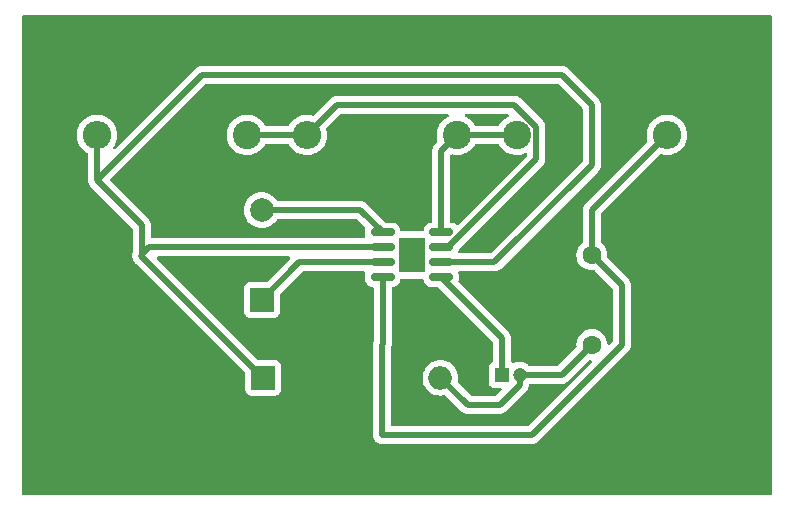
<source format=gbr>
%TF.GenerationSoftware,KiCad,Pcbnew,(6.0.4)*%
%TF.CreationDate,2022-05-30T12:30:38+05:30*%
%TF.ProjectId,vishnukumar batch 15,76697368-6e75-46b7-956d-617220626174,rev?*%
%TF.SameCoordinates,Original*%
%TF.FileFunction,Copper,L1,Top*%
%TF.FilePolarity,Positive*%
%FSLAX46Y46*%
G04 Gerber Fmt 4.6, Leading zero omitted, Abs format (unit mm)*
G04 Created by KiCad (PCBNEW (6.0.4)) date 2022-05-30 12:30:38*
%MOMM*%
%LPD*%
G01*
G04 APERTURE LIST*
G04 Aperture macros list*
%AMRoundRect*
0 Rectangle with rounded corners*
0 $1 Rounding radius*
0 $2 $3 $4 $5 $6 $7 $8 $9 X,Y pos of 4 corners*
0 Add a 4 corners polygon primitive as box body*
4,1,4,$2,$3,$4,$5,$6,$7,$8,$9,$2,$3,0*
0 Add four circle primitives for the rounded corners*
1,1,$1+$1,$2,$3*
1,1,$1+$1,$4,$5*
1,1,$1+$1,$6,$7*
1,1,$1+$1,$8,$9*
0 Add four rect primitives between the rounded corners*
20,1,$1+$1,$2,$3,$4,$5,0*
20,1,$1+$1,$4,$5,$6,$7,0*
20,1,$1+$1,$6,$7,$8,$9,0*
20,1,$1+$1,$8,$9,$2,$3,0*%
G04 Aperture macros list end*
%TA.AperFunction,SMDPad,CuDef*%
%ADD10R,2.290000X3.000000*%
%TD*%
%TA.AperFunction,SMDPad,CuDef*%
%ADD11RoundRect,0.150000X-0.825000X-0.150000X0.825000X-0.150000X0.825000X0.150000X-0.825000X0.150000X0*%
%TD*%
%TA.AperFunction,ComponentPad*%
%ADD12C,2.400000*%
%TD*%
%TA.AperFunction,ComponentPad*%
%ADD13O,2.400000X2.400000*%
%TD*%
%TA.AperFunction,ComponentPad*%
%ADD14C,1.600000*%
%TD*%
%TA.AperFunction,ComponentPad*%
%ADD15R,2.000000X2.000000*%
%TD*%
%TA.AperFunction,ComponentPad*%
%ADD16O,2.000000X2.000000*%
%TD*%
%TA.AperFunction,ComponentPad*%
%ADD17R,1.200000X1.200000*%
%TD*%
%TA.AperFunction,ComponentPad*%
%ADD18C,1.200000*%
%TD*%
%TA.AperFunction,ComponentPad*%
%ADD19C,2.000000*%
%TD*%
%TA.AperFunction,Conductor*%
%ADD20C,0.500000*%
%TD*%
G04 APERTURE END LIST*
D10*
%TO.P,U1,9*%
%TO.N,N/C*%
X114300000Y-88900000D03*
D11*
%TO.P,U1,8,VCC*%
%TO.N,VCC*%
X116775000Y-86995000D03*
%TO.P,U1,7,DIS*%
%TO.N,Net-(R2-Pad2)*%
X116775000Y-88265000D03*
%TO.P,U1,6,THR*%
%TO.N,Net-(C2-Pad1)*%
X116775000Y-89535000D03*
%TO.P,U1,5,CV*%
%TO.N,Net-(C1-Pad1)*%
X116775000Y-90805000D03*
%TO.P,U1,4,R*%
%TO.N,Net-(LDR1-Pad1)*%
X111825000Y-90805000D03*
%TO.P,U1,3,Q*%
%TO.N,Net-(BZ1-Pad1)*%
X111825000Y-89535000D03*
%TO.P,U1,2,TR*%
%TO.N,Net-(C2-Pad1)*%
X111825000Y-88265000D03*
%TO.P,U1,1,GND*%
%TO.N,GND*%
X111825000Y-86995000D03*
%TD*%
D12*
%TO.P,R3,1*%
%TO.N,Net-(R2-Pad2)*%
X100330000Y-78740000D03*
D13*
%TO.P,R3,2*%
%TO.N,Net-(C2-Pad1)*%
X87630000Y-78740000D03*
%TD*%
D12*
%TO.P,R2,1*%
%TO.N,VCC*%
X118110000Y-78740000D03*
D13*
%TO.P,R2,2*%
%TO.N,Net-(R2-Pad2)*%
X105410000Y-78740000D03*
%TD*%
D12*
%TO.P,R1,1*%
%TO.N,VCC*%
X123190000Y-78740000D03*
D13*
%TO.P,R1,2*%
%TO.N,Net-(LDR1-Pad1)*%
X135890000Y-78740000D03*
%TD*%
D14*
%TO.P,LDR1,2*%
%TO.N,Net-(C1-Pad2)*%
X129540000Y-96500000D03*
%TO.P,LDR1,1*%
%TO.N,Net-(LDR1-Pad1)*%
X129540000Y-88900000D03*
%TD*%
D15*
%TO.P,C2,1*%
%TO.N,Net-(C2-Pad1)*%
X101720000Y-99302500D03*
D16*
%TO.P,C2,2*%
%TO.N,Net-(C1-Pad2)*%
X116720000Y-99302500D03*
%TD*%
D17*
%TO.P,C1,1*%
%TO.N,Net-(C1-Pad1)*%
X121920000Y-99060000D03*
D18*
%TO.P,C1,2*%
%TO.N,Net-(C1-Pad2)*%
X123420000Y-99060000D03*
%TD*%
D15*
%TO.P,BZ1,1,-*%
%TO.N,Net-(BZ1-Pad1)*%
X101600000Y-92700000D03*
D19*
%TO.P,BZ1,2,+*%
%TO.N,GND*%
X101600000Y-85100000D03*
%TD*%
D20*
%TO.N,Net-(BZ1-Pad1)*%
X104765000Y-89535000D02*
X101600000Y-92700000D01*
X111825000Y-89535000D02*
X104765000Y-89535000D01*
%TO.N,Net-(R2-Pad2)*%
X117360480Y-88265000D02*
X116775000Y-88265000D01*
X122982762Y-76200000D02*
X124839511Y-78056749D01*
X107950000Y-76200000D02*
X122982762Y-76200000D01*
X124839511Y-78056749D02*
X124839511Y-80785969D01*
X124839511Y-80785969D02*
X117360480Y-88265000D01*
X105410000Y-78740000D02*
X107950000Y-76200000D01*
%TO.N,Net-(LDR1-Pad1)*%
X124460000Y-104140000D02*
X132080000Y-96520000D01*
X132080000Y-96520000D02*
X132080000Y-91440000D01*
X111760000Y-104140000D02*
X124460000Y-104140000D01*
X111760000Y-96522419D02*
X111760000Y-104140000D01*
X132080000Y-91440000D02*
X129540000Y-88900000D01*
X111825000Y-96457419D02*
X111760000Y-96522419D01*
X111825000Y-90805000D02*
X111825000Y-96457419D01*
%TO.N,Net-(C2-Pad1)*%
X91440000Y-86360000D02*
X87630000Y-82550000D01*
X91440000Y-88900000D02*
X91440000Y-86360000D01*
X91378750Y-88961250D02*
X91440000Y-88900000D01*
%TO.N,Net-(R2-Pad2)*%
X105410000Y-78740000D02*
X100330000Y-78740000D01*
%TO.N,Net-(C2-Pad1)*%
X87630000Y-82550000D02*
X87630000Y-78740000D01*
X129540000Y-76200000D02*
X127000000Y-73660000D01*
X127000000Y-73660000D02*
X96520000Y-73660000D01*
X129540000Y-81280000D02*
X129540000Y-76200000D01*
X121285000Y-89535000D02*
X129540000Y-81280000D01*
X116775000Y-89535000D02*
X121285000Y-89535000D01*
X96520000Y-73660000D02*
X87630000Y-82550000D01*
%TO.N,VCC*%
X118110000Y-78740000D02*
X123190000Y-78740000D01*
X116775000Y-80075000D02*
X118110000Y-78740000D01*
X116775000Y-86995000D02*
X116775000Y-80075000D01*
%TO.N,Net-(LDR1-Pad1)*%
X129540000Y-88900000D02*
X129540000Y-85090000D01*
X129540000Y-85090000D02*
X135890000Y-78740000D01*
%TO.N,GND*%
X109930000Y-85100000D02*
X111825000Y-86995000D01*
X101600000Y-85100000D02*
X109930000Y-85100000D01*
%TO.N,Net-(C2-Pad1)*%
X92075000Y-88265000D02*
X91378750Y-88961250D01*
X101720000Y-99302500D02*
X91378750Y-88961250D01*
X111825000Y-88265000D02*
X92075000Y-88265000D01*
%TO.N,Net-(C1-Pad1)*%
X121920000Y-95950000D02*
X116775000Y-90805000D01*
X121920000Y-99060000D02*
X121920000Y-95950000D01*
%TO.N,Net-(C1-Pad2)*%
X126980000Y-99060000D02*
X129540000Y-96500000D01*
X123420000Y-99060000D02*
X126980000Y-99060000D01*
X119017500Y-101600000D02*
X116720000Y-99302500D01*
X121728528Y-101600000D02*
X119017500Y-101600000D01*
X123420000Y-99908528D02*
X121728528Y-101600000D01*
X123420000Y-99060000D02*
X123420000Y-99908528D01*
%TD*%
%TA.AperFunction,NonConductor*%
G36*
X122467148Y-76978502D02*
G01*
X122513641Y-77032158D01*
X122523745Y-77102432D01*
X122494251Y-77167012D01*
X122451778Y-77198926D01*
X122359380Y-77241522D01*
X122355471Y-77244085D01*
X122150928Y-77378189D01*
X122150923Y-77378193D01*
X122147015Y-77380755D01*
X122052289Y-77465301D01*
X121999441Y-77512470D01*
X121957562Y-77549848D01*
X121795183Y-77745087D01*
X121688519Y-77920865D01*
X121636080Y-77968726D01*
X121580800Y-77981500D01*
X119717554Y-77981500D01*
X119649433Y-77961498D01*
X119608161Y-77918023D01*
X119547821Y-77812451D01*
X119530383Y-77781940D01*
X119373171Y-77582517D01*
X119188209Y-77408523D01*
X119144483Y-77378189D01*
X118983393Y-77266437D01*
X118983390Y-77266435D01*
X118979561Y-77263779D01*
X118975376Y-77261715D01*
X118975371Y-77261712D01*
X118845174Y-77197506D01*
X118792925Y-77149438D01*
X118774958Y-77080752D01*
X118796977Y-77013256D01*
X118851992Y-76968380D01*
X118900902Y-76958500D01*
X122399027Y-76958500D01*
X122467148Y-76978502D01*
G37*
%TD.AperFunction*%
%TA.AperFunction,NonConductor*%
G36*
X121650739Y-79518502D02*
G01*
X121693607Y-79564858D01*
X121745025Y-79660551D01*
X121747820Y-79664294D01*
X121747822Y-79664297D01*
X121894171Y-79860282D01*
X121894176Y-79860288D01*
X121896963Y-79864020D01*
X121900272Y-79867300D01*
X121900277Y-79867306D01*
X122030933Y-79996826D01*
X122077307Y-80042797D01*
X122081069Y-80045555D01*
X122081072Y-80045558D01*
X122138858Y-80087928D01*
X122282094Y-80192953D01*
X122286229Y-80195129D01*
X122286233Y-80195131D01*
X122364169Y-80236135D01*
X122506827Y-80311191D01*
X122573319Y-80334411D01*
X122718385Y-80385070D01*
X122746568Y-80394912D01*
X122996050Y-80442278D01*
X123116532Y-80447011D01*
X123245125Y-80452064D01*
X123245130Y-80452064D01*
X123249793Y-80452247D01*
X123348774Y-80441407D01*
X123497569Y-80425112D01*
X123497575Y-80425111D01*
X123502222Y-80424602D01*
X123521229Y-80419598D01*
X123743273Y-80361138D01*
X123747793Y-80359948D01*
X123905276Y-80292289D01*
X123975758Y-80283777D01*
X124039655Y-80314722D01*
X124076679Y-80375301D01*
X124081011Y-80408057D01*
X124081011Y-80419598D01*
X124061009Y-80487719D01*
X124044106Y-80508693D01*
X118208625Y-86344175D01*
X118146313Y-86378201D01*
X118075498Y-86373136D01*
X118030435Y-86344175D01*
X118006807Y-86320547D01*
X117999983Y-86316511D01*
X117999980Y-86316509D01*
X117870427Y-86239892D01*
X117870428Y-86239892D01*
X117863601Y-86235855D01*
X117855990Y-86233644D01*
X117855988Y-86233643D01*
X117800980Y-86217662D01*
X117703831Y-86189438D01*
X117697426Y-86188934D01*
X117697421Y-86188933D01*
X117668958Y-86186693D01*
X117668950Y-86186693D01*
X117666502Y-86186500D01*
X117659500Y-86186500D01*
X117591379Y-86166498D01*
X117544886Y-86112842D01*
X117533500Y-86060500D01*
X117533500Y-80521821D01*
X117553502Y-80453700D01*
X117607158Y-80407207D01*
X117683002Y-80398032D01*
X117916050Y-80442278D01*
X118036532Y-80447011D01*
X118165125Y-80452064D01*
X118165130Y-80452064D01*
X118169793Y-80452247D01*
X118268774Y-80441407D01*
X118417569Y-80425112D01*
X118417575Y-80425111D01*
X118422222Y-80424602D01*
X118441229Y-80419598D01*
X118663273Y-80361138D01*
X118667793Y-80359948D01*
X118825275Y-80292289D01*
X118896807Y-80261557D01*
X118896810Y-80261555D01*
X118901110Y-80259708D01*
X118905090Y-80257245D01*
X118905094Y-80257243D01*
X119113064Y-80128547D01*
X119113066Y-80128545D01*
X119117047Y-80126082D01*
X119125018Y-80119334D01*
X119307289Y-79965031D01*
X119307291Y-79965029D01*
X119310862Y-79962006D01*
X119478295Y-79771084D01*
X119497110Y-79741834D01*
X119615669Y-79557512D01*
X119617322Y-79558575D01*
X119661632Y-79514055D01*
X119722278Y-79498500D01*
X121582618Y-79498500D01*
X121650739Y-79518502D01*
G37*
%TD.AperFunction*%
%TA.AperFunction,NonConductor*%
G36*
X126701750Y-74438502D02*
G01*
X126722724Y-74455405D01*
X128744595Y-76477276D01*
X128778621Y-76539588D01*
X128781500Y-76566371D01*
X128781500Y-80913629D01*
X128761498Y-80981750D01*
X128744595Y-81002724D01*
X121007724Y-88739595D01*
X120945412Y-88773621D01*
X120918629Y-88776500D01*
X118348519Y-88776500D01*
X118280398Y-88756498D01*
X118233905Y-88702842D01*
X118223801Y-88632568D01*
X118227522Y-88615348D01*
X118253767Y-88525011D01*
X118253768Y-88525007D01*
X118255562Y-88518831D01*
X118258427Y-88482426D01*
X118283712Y-88416085D01*
X118294944Y-88403217D01*
X125328422Y-81369739D01*
X125342834Y-81357353D01*
X125354429Y-81348820D01*
X125354434Y-81348815D01*
X125360329Y-81344477D01*
X125365068Y-81338899D01*
X125365071Y-81338896D01*
X125394546Y-81304201D01*
X125401476Y-81296685D01*
X125407171Y-81290990D01*
X125412029Y-81284849D01*
X125424792Y-81268718D01*
X125427583Y-81265314D01*
X125470102Y-81215266D01*
X125470103Y-81215264D01*
X125474844Y-81209684D01*
X125478172Y-81203168D01*
X125481539Y-81198119D01*
X125484706Y-81192990D01*
X125489245Y-81187253D01*
X125520166Y-81121094D01*
X125522072Y-81117194D01*
X125555280Y-81052161D01*
X125557019Y-81045053D01*
X125559118Y-81039410D01*
X125561035Y-81033647D01*
X125564133Y-81027019D01*
X125578998Y-80955552D01*
X125579968Y-80951268D01*
X125595984Y-80885814D01*
X125597319Y-80880359D01*
X125598011Y-80869205D01*
X125598047Y-80869207D01*
X125598286Y-80865214D01*
X125598660Y-80861022D01*
X125600151Y-80853854D01*
X125598057Y-80776448D01*
X125598011Y-80773041D01*
X125598011Y-78123819D01*
X125599444Y-78104869D01*
X125601610Y-78090634D01*
X125601610Y-78090630D01*
X125602710Y-78083400D01*
X125598426Y-78030731D01*
X125598011Y-78020516D01*
X125598011Y-78012456D01*
X125594720Y-77984229D01*
X125594289Y-77979870D01*
X125588965Y-77914411D01*
X125588964Y-77914408D01*
X125588371Y-77907113D01*
X125586115Y-77900149D01*
X125584928Y-77894210D01*
X125583541Y-77888339D01*
X125582693Y-77881068D01*
X125580197Y-77874192D01*
X125580195Y-77874183D01*
X125557786Y-77812451D01*
X125556376Y-77808347D01*
X125533863Y-77738850D01*
X125530067Y-77732595D01*
X125527568Y-77727136D01*
X125524840Y-77721688D01*
X125522344Y-77714812D01*
X125482316Y-77653759D01*
X125479992Y-77650076D01*
X125445011Y-77592429D01*
X125445010Y-77592428D01*
X125442106Y-77587642D01*
X125434709Y-77579266D01*
X125434736Y-77579242D01*
X125432081Y-77576248D01*
X125429379Y-77573017D01*
X125425367Y-77566897D01*
X125369128Y-77513621D01*
X125366686Y-77511243D01*
X123566532Y-75711089D01*
X123554146Y-75696677D01*
X123545613Y-75685082D01*
X123545608Y-75685077D01*
X123541270Y-75679182D01*
X123535692Y-75674443D01*
X123535689Y-75674440D01*
X123500994Y-75644965D01*
X123493478Y-75638035D01*
X123487783Y-75632340D01*
X123481642Y-75627482D01*
X123465511Y-75614719D01*
X123462107Y-75611928D01*
X123412059Y-75569409D01*
X123412057Y-75569408D01*
X123406477Y-75564667D01*
X123399961Y-75561339D01*
X123394912Y-75557972D01*
X123389783Y-75554805D01*
X123384046Y-75550266D01*
X123317887Y-75519345D01*
X123313987Y-75517439D01*
X123248954Y-75484231D01*
X123241846Y-75482492D01*
X123236203Y-75480393D01*
X123230440Y-75478476D01*
X123223812Y-75475378D01*
X123152345Y-75460513D01*
X123148061Y-75459543D01*
X123113720Y-75451140D01*
X123077152Y-75442192D01*
X123071550Y-75441844D01*
X123071547Y-75441844D01*
X123065998Y-75441500D01*
X123066000Y-75441464D01*
X123062007Y-75441225D01*
X123057815Y-75440851D01*
X123050647Y-75439360D01*
X122986882Y-75441085D01*
X122973241Y-75441454D01*
X122969834Y-75441500D01*
X108017063Y-75441500D01*
X107998114Y-75440067D01*
X107997907Y-75440036D01*
X107976651Y-75436802D01*
X107969359Y-75437395D01*
X107969356Y-75437395D01*
X107923991Y-75441085D01*
X107913777Y-75441500D01*
X107905707Y-75441500D01*
X107902087Y-75441922D01*
X107902069Y-75441923D01*
X107877461Y-75444792D01*
X107873100Y-75445224D01*
X107847981Y-75447267D01*
X107807661Y-75450546D01*
X107807658Y-75450547D01*
X107800363Y-75451140D01*
X107793399Y-75453396D01*
X107787440Y-75454587D01*
X107781585Y-75455971D01*
X107774319Y-75456818D01*
X107705673Y-75481735D01*
X107701545Y-75483152D01*
X107639064Y-75503393D01*
X107639062Y-75503394D01*
X107632101Y-75505649D01*
X107625846Y-75509445D01*
X107620372Y-75511951D01*
X107614942Y-75514670D01*
X107608063Y-75517167D01*
X107547016Y-75557191D01*
X107543327Y-75559518D01*
X107534843Y-75564667D01*
X107485693Y-75594491D01*
X107485688Y-75594495D01*
X107480892Y-75597405D01*
X107472516Y-75604803D01*
X107472493Y-75604777D01*
X107469503Y-75607426D01*
X107466264Y-75610134D01*
X107460148Y-75614144D01*
X107455121Y-75619451D01*
X107455117Y-75619454D01*
X107406872Y-75670383D01*
X107404494Y-75672825D01*
X106010728Y-77066591D01*
X105948416Y-77100617D01*
X105883221Y-77097498D01*
X105809960Y-77074047D01*
X105764178Y-77066591D01*
X105563935Y-77033980D01*
X105563934Y-77033980D01*
X105559323Y-77033229D01*
X105432364Y-77031567D01*
X105310083Y-77029966D01*
X105310080Y-77029966D01*
X105305406Y-77029905D01*
X105053787Y-77064149D01*
X105049301Y-77065457D01*
X105049299Y-77065457D01*
X105022401Y-77073297D01*
X104809993Y-77135208D01*
X104579380Y-77241522D01*
X104575471Y-77244085D01*
X104370928Y-77378189D01*
X104370923Y-77378193D01*
X104367015Y-77380755D01*
X104272289Y-77465301D01*
X104219441Y-77512470D01*
X104177562Y-77549848D01*
X104015183Y-77745087D01*
X103908519Y-77920865D01*
X103856080Y-77968726D01*
X103800800Y-77981500D01*
X101937554Y-77981500D01*
X101869433Y-77961498D01*
X101828161Y-77918023D01*
X101767821Y-77812451D01*
X101750383Y-77781940D01*
X101593171Y-77582517D01*
X101408209Y-77408523D01*
X101364483Y-77378189D01*
X101203393Y-77266437D01*
X101203390Y-77266435D01*
X101199561Y-77263779D01*
X101195384Y-77261719D01*
X101195377Y-77261715D01*
X100975996Y-77153528D01*
X100975992Y-77153527D01*
X100971810Y-77151464D01*
X100729960Y-77074047D01*
X100684178Y-77066591D01*
X100483935Y-77033980D01*
X100483934Y-77033980D01*
X100479323Y-77033229D01*
X100352364Y-77031567D01*
X100230083Y-77029966D01*
X100230080Y-77029966D01*
X100225406Y-77029905D01*
X99973787Y-77064149D01*
X99969301Y-77065457D01*
X99969299Y-77065457D01*
X99942401Y-77073297D01*
X99729993Y-77135208D01*
X99499380Y-77241522D01*
X99495471Y-77244085D01*
X99290928Y-77378189D01*
X99290923Y-77378193D01*
X99287015Y-77380755D01*
X99192289Y-77465301D01*
X99139441Y-77512470D01*
X99097562Y-77549848D01*
X98935183Y-77745087D01*
X98803447Y-77962182D01*
X98801638Y-77966496D01*
X98801637Y-77966498D01*
X98749583Y-78090634D01*
X98705246Y-78196365D01*
X98642738Y-78442490D01*
X98617296Y-78695151D01*
X98629480Y-78948798D01*
X98679021Y-79197857D01*
X98680600Y-79202255D01*
X98680602Y-79202262D01*
X98725022Y-79325980D01*
X98764831Y-79436858D01*
X98767048Y-79440984D01*
X98831354Y-79560663D01*
X98885025Y-79660551D01*
X98887820Y-79664294D01*
X98887822Y-79664297D01*
X99034171Y-79860282D01*
X99034176Y-79860288D01*
X99036963Y-79864020D01*
X99040272Y-79867300D01*
X99040277Y-79867306D01*
X99170933Y-79996826D01*
X99217307Y-80042797D01*
X99221069Y-80045555D01*
X99221072Y-80045558D01*
X99278858Y-80087928D01*
X99422094Y-80192953D01*
X99426229Y-80195129D01*
X99426233Y-80195131D01*
X99504169Y-80236135D01*
X99646827Y-80311191D01*
X99713319Y-80334411D01*
X99858385Y-80385070D01*
X99886568Y-80394912D01*
X100136050Y-80442278D01*
X100256532Y-80447011D01*
X100385125Y-80452064D01*
X100385130Y-80452064D01*
X100389793Y-80452247D01*
X100488774Y-80441407D01*
X100637569Y-80425112D01*
X100637575Y-80425111D01*
X100642222Y-80424602D01*
X100661229Y-80419598D01*
X100883273Y-80361138D01*
X100887793Y-80359948D01*
X101045275Y-80292289D01*
X101116807Y-80261557D01*
X101116810Y-80261555D01*
X101121110Y-80259708D01*
X101125090Y-80257245D01*
X101125094Y-80257243D01*
X101333064Y-80128547D01*
X101333066Y-80128545D01*
X101337047Y-80126082D01*
X101345018Y-80119334D01*
X101527289Y-79965031D01*
X101527291Y-79965029D01*
X101530862Y-79962006D01*
X101698295Y-79771084D01*
X101717110Y-79741834D01*
X101835669Y-79557512D01*
X101837322Y-79558575D01*
X101881632Y-79514055D01*
X101942278Y-79498500D01*
X103802618Y-79498500D01*
X103870739Y-79518502D01*
X103913607Y-79564858D01*
X103965025Y-79660551D01*
X103967820Y-79664294D01*
X103967822Y-79664297D01*
X104114171Y-79860282D01*
X104114176Y-79860288D01*
X104116963Y-79864020D01*
X104120272Y-79867300D01*
X104120277Y-79867306D01*
X104250933Y-79996826D01*
X104297307Y-80042797D01*
X104301069Y-80045555D01*
X104301072Y-80045558D01*
X104358858Y-80087928D01*
X104502094Y-80192953D01*
X104506229Y-80195129D01*
X104506233Y-80195131D01*
X104584169Y-80236135D01*
X104726827Y-80311191D01*
X104793319Y-80334411D01*
X104938385Y-80385070D01*
X104966568Y-80394912D01*
X105216050Y-80442278D01*
X105336532Y-80447011D01*
X105465125Y-80452064D01*
X105465130Y-80452064D01*
X105469793Y-80452247D01*
X105568774Y-80441407D01*
X105717569Y-80425112D01*
X105717575Y-80425111D01*
X105722222Y-80424602D01*
X105741229Y-80419598D01*
X105963273Y-80361138D01*
X105967793Y-80359948D01*
X106125275Y-80292289D01*
X106196807Y-80261557D01*
X106196810Y-80261555D01*
X106201110Y-80259708D01*
X106205090Y-80257245D01*
X106205094Y-80257243D01*
X106413064Y-80128547D01*
X106413066Y-80128545D01*
X106417047Y-80126082D01*
X106425018Y-80119334D01*
X106607289Y-79965031D01*
X106607291Y-79965029D01*
X106610862Y-79962006D01*
X106778295Y-79771084D01*
X106797110Y-79741834D01*
X106913141Y-79561442D01*
X106915669Y-79557512D01*
X107019967Y-79325980D01*
X107088896Y-79081575D01*
X107120943Y-78829667D01*
X107123291Y-78740000D01*
X107104472Y-78486759D01*
X107051800Y-78253984D01*
X107056274Y-78183131D01*
X107085598Y-78137083D01*
X108227276Y-76995405D01*
X108289588Y-76961379D01*
X108316371Y-76958500D01*
X117319027Y-76958500D01*
X117387148Y-76978502D01*
X117433641Y-77032158D01*
X117443745Y-77102432D01*
X117414251Y-77167012D01*
X117371778Y-77198926D01*
X117279380Y-77241522D01*
X117275471Y-77244085D01*
X117070928Y-77378189D01*
X117070923Y-77378193D01*
X117067015Y-77380755D01*
X116972289Y-77465301D01*
X116919441Y-77512470D01*
X116877562Y-77549848D01*
X116715183Y-77745087D01*
X116583447Y-77962182D01*
X116581638Y-77966496D01*
X116581637Y-77966498D01*
X116529583Y-78090634D01*
X116485246Y-78196365D01*
X116422738Y-78442490D01*
X116397296Y-78695151D01*
X116409480Y-78948798D01*
X116459021Y-79197857D01*
X116460600Y-79202254D01*
X116460600Y-79202255D01*
X116463846Y-79211297D01*
X116468038Y-79282170D01*
X116434352Y-79342967D01*
X116286089Y-79491230D01*
X116271677Y-79503616D01*
X116260082Y-79512149D01*
X116260077Y-79512154D01*
X116254182Y-79516492D01*
X116249443Y-79522070D01*
X116249440Y-79522073D01*
X116219965Y-79556768D01*
X116213035Y-79564284D01*
X116207340Y-79569979D01*
X116205060Y-79572861D01*
X116189719Y-79592251D01*
X116186928Y-79595655D01*
X116144409Y-79645703D01*
X116139667Y-79651285D01*
X116136339Y-79657801D01*
X116132972Y-79662850D01*
X116129805Y-79667979D01*
X116125266Y-79673716D01*
X116094345Y-79739875D01*
X116092442Y-79743769D01*
X116059231Y-79808808D01*
X116057492Y-79815916D01*
X116055393Y-79821559D01*
X116053476Y-79827322D01*
X116050378Y-79833950D01*
X116048888Y-79841112D01*
X116048888Y-79841113D01*
X116035514Y-79905412D01*
X116034544Y-79909696D01*
X116017192Y-79980610D01*
X116016500Y-79991764D01*
X116016464Y-79991762D01*
X116016225Y-79995755D01*
X116015851Y-79999947D01*
X116014360Y-80007115D01*
X116014558Y-80014432D01*
X116016454Y-80084521D01*
X116016500Y-80087928D01*
X116016500Y-86060500D01*
X115996498Y-86128621D01*
X115942842Y-86175114D01*
X115890500Y-86186500D01*
X115883498Y-86186500D01*
X115881050Y-86186693D01*
X115881042Y-86186693D01*
X115852579Y-86188933D01*
X115852574Y-86188934D01*
X115846169Y-86189438D01*
X115749020Y-86217662D01*
X115694012Y-86233643D01*
X115694010Y-86233644D01*
X115686399Y-86235855D01*
X115679572Y-86239892D01*
X115679573Y-86239892D01*
X115550020Y-86316509D01*
X115550017Y-86316511D01*
X115543193Y-86320547D01*
X115425547Y-86438193D01*
X115421511Y-86445017D01*
X115421509Y-86445020D01*
X115366988Y-86537211D01*
X115340855Y-86581399D01*
X115338644Y-86589010D01*
X115338643Y-86589012D01*
X115336926Y-86594923D01*
X115294438Y-86741169D01*
X115293934Y-86747574D01*
X115293933Y-86747579D01*
X115291745Y-86775386D01*
X115266459Y-86841727D01*
X115209321Y-86883867D01*
X115166133Y-86891500D01*
X113433867Y-86891500D01*
X113365746Y-86871498D01*
X113319253Y-86817842D01*
X113308255Y-86775386D01*
X113306067Y-86747579D01*
X113306066Y-86747574D01*
X113305562Y-86741169D01*
X113263074Y-86594923D01*
X113261357Y-86589012D01*
X113261356Y-86589010D01*
X113259145Y-86581399D01*
X113233012Y-86537211D01*
X113178491Y-86445020D01*
X113178489Y-86445017D01*
X113174453Y-86438193D01*
X113056807Y-86320547D01*
X113049983Y-86316511D01*
X113049980Y-86316509D01*
X112920427Y-86239892D01*
X112920428Y-86239892D01*
X112913601Y-86235855D01*
X112905990Y-86233644D01*
X112905988Y-86233643D01*
X112850980Y-86217662D01*
X112753831Y-86189438D01*
X112747426Y-86188934D01*
X112747421Y-86188933D01*
X112718958Y-86186693D01*
X112718950Y-86186693D01*
X112716502Y-86186500D01*
X112141371Y-86186500D01*
X112073250Y-86166498D01*
X112052276Y-86149595D01*
X110513770Y-84611089D01*
X110501384Y-84596677D01*
X110492851Y-84585082D01*
X110492846Y-84585077D01*
X110488508Y-84579182D01*
X110482930Y-84574443D01*
X110482927Y-84574440D01*
X110448232Y-84544965D01*
X110440716Y-84538035D01*
X110435021Y-84532340D01*
X110428460Y-84527149D01*
X110412749Y-84514719D01*
X110409345Y-84511928D01*
X110359297Y-84469409D01*
X110359295Y-84469408D01*
X110353715Y-84464667D01*
X110347199Y-84461339D01*
X110342150Y-84457972D01*
X110337021Y-84454805D01*
X110331284Y-84450266D01*
X110265125Y-84419345D01*
X110261225Y-84417439D01*
X110196192Y-84384231D01*
X110189084Y-84382492D01*
X110183441Y-84380393D01*
X110177678Y-84378476D01*
X110171050Y-84375378D01*
X110099583Y-84360513D01*
X110095299Y-84359543D01*
X110024390Y-84342192D01*
X110018788Y-84341844D01*
X110018785Y-84341844D01*
X110013236Y-84341500D01*
X110013238Y-84341464D01*
X110009245Y-84341225D01*
X110005053Y-84340851D01*
X109997885Y-84339360D01*
X109931675Y-84341151D01*
X109920479Y-84341454D01*
X109917072Y-84341500D01*
X102974965Y-84341500D01*
X102906844Y-84321498D01*
X102867533Y-84281336D01*
X102824176Y-84210584D01*
X102669969Y-84030031D01*
X102489416Y-83875824D01*
X102485208Y-83873245D01*
X102485202Y-83873241D01*
X102291183Y-83754346D01*
X102286963Y-83751760D01*
X102282393Y-83749867D01*
X102282389Y-83749865D01*
X102072167Y-83662789D01*
X102072165Y-83662788D01*
X102067594Y-83660895D01*
X101987391Y-83641640D01*
X101841524Y-83606620D01*
X101841518Y-83606619D01*
X101836711Y-83605465D01*
X101600000Y-83586835D01*
X101363289Y-83605465D01*
X101358482Y-83606619D01*
X101358476Y-83606620D01*
X101212609Y-83641640D01*
X101132406Y-83660895D01*
X101127835Y-83662788D01*
X101127833Y-83662789D01*
X100917611Y-83749865D01*
X100917607Y-83749867D01*
X100913037Y-83751760D01*
X100908817Y-83754346D01*
X100714798Y-83873241D01*
X100714792Y-83873245D01*
X100710584Y-83875824D01*
X100530031Y-84030031D01*
X100375824Y-84210584D01*
X100373245Y-84214792D01*
X100373241Y-84214798D01*
X100269412Y-84384231D01*
X100251760Y-84413037D01*
X100249867Y-84417607D01*
X100249865Y-84417611D01*
X100181615Y-84582383D01*
X100160895Y-84632406D01*
X100149985Y-84677850D01*
X100107188Y-84856113D01*
X100105465Y-84863289D01*
X100086835Y-85100000D01*
X100105465Y-85336711D01*
X100160895Y-85567594D01*
X100251760Y-85786963D01*
X100254346Y-85791183D01*
X100373241Y-85985202D01*
X100373245Y-85985208D01*
X100375824Y-85989416D01*
X100530031Y-86169969D01*
X100710584Y-86324176D01*
X100714792Y-86326755D01*
X100714798Y-86326759D01*
X100798744Y-86378201D01*
X100913037Y-86448240D01*
X100917607Y-86450133D01*
X100917611Y-86450135D01*
X101127833Y-86537211D01*
X101132406Y-86539105D01*
X101212609Y-86558360D01*
X101358476Y-86593380D01*
X101358482Y-86593381D01*
X101363289Y-86594535D01*
X101600000Y-86613165D01*
X101836711Y-86594535D01*
X101841518Y-86593381D01*
X101841524Y-86593380D01*
X101987391Y-86558360D01*
X102067594Y-86539105D01*
X102072167Y-86537211D01*
X102282389Y-86450135D01*
X102282393Y-86450133D01*
X102286963Y-86448240D01*
X102401256Y-86378201D01*
X102485202Y-86326759D01*
X102485208Y-86326755D01*
X102489416Y-86324176D01*
X102669969Y-86169969D01*
X102716318Y-86115702D01*
X102820963Y-85993178D01*
X102824176Y-85989416D01*
X102867533Y-85918664D01*
X102920181Y-85871033D01*
X102974965Y-85858500D01*
X109563629Y-85858500D01*
X109631750Y-85878502D01*
X109652724Y-85895405D01*
X110326427Y-86569108D01*
X110360453Y-86631420D01*
X110358329Y-86693356D01*
X110346232Y-86734992D01*
X110346231Y-86734997D01*
X110344438Y-86741169D01*
X110341500Y-86778498D01*
X110341500Y-87211502D01*
X110344438Y-87248831D01*
X110346232Y-87255007D01*
X110346233Y-87255011D01*
X110372478Y-87345348D01*
X110372275Y-87416344D01*
X110333721Y-87475960D01*
X110269056Y-87505268D01*
X110251481Y-87506500D01*
X92324500Y-87506500D01*
X92256379Y-87486498D01*
X92209886Y-87432842D01*
X92198500Y-87380500D01*
X92198500Y-86427070D01*
X92199933Y-86408120D01*
X92202099Y-86393885D01*
X92202099Y-86393881D01*
X92203199Y-86386651D01*
X92198915Y-86333982D01*
X92198500Y-86323767D01*
X92198500Y-86315707D01*
X92195209Y-86287480D01*
X92194778Y-86283121D01*
X92189454Y-86217662D01*
X92189453Y-86217659D01*
X92188860Y-86210364D01*
X92186604Y-86203400D01*
X92185417Y-86197461D01*
X92184030Y-86191590D01*
X92183182Y-86184319D01*
X92180686Y-86177443D01*
X92180684Y-86177434D01*
X92158275Y-86115702D01*
X92156865Y-86111598D01*
X92134352Y-86042101D01*
X92130556Y-86035846D01*
X92128057Y-86030387D01*
X92125329Y-86024939D01*
X92122833Y-86018063D01*
X92082805Y-85957010D01*
X92080481Y-85953327D01*
X92045504Y-85895686D01*
X92045501Y-85895682D01*
X92042595Y-85890893D01*
X92038886Y-85886694D01*
X92038883Y-85886689D01*
X92035197Y-85882516D01*
X92035224Y-85882492D01*
X92032571Y-85879500D01*
X92029868Y-85876267D01*
X92025856Y-85870148D01*
X91969617Y-85816872D01*
X91967175Y-85814494D01*
X88791776Y-82639095D01*
X88757750Y-82576783D01*
X88762815Y-82505968D01*
X88791776Y-82460905D01*
X96797276Y-74455405D01*
X96859588Y-74421379D01*
X96886371Y-74418500D01*
X126633629Y-74418500D01*
X126701750Y-74438502D01*
G37*
%TD.AperFunction*%
%TA.AperFunction,NonConductor*%
G36*
X115234254Y-90928502D02*
G01*
X115280747Y-90982158D01*
X115291745Y-91024614D01*
X115292430Y-91033312D01*
X115294438Y-91058831D01*
X115322260Y-91154595D01*
X115333603Y-91193638D01*
X115340855Y-91218601D01*
X115344892Y-91225427D01*
X115421509Y-91354980D01*
X115421511Y-91354983D01*
X115425547Y-91361807D01*
X115543193Y-91479453D01*
X115550017Y-91483489D01*
X115550020Y-91483491D01*
X115657589Y-91547107D01*
X115686399Y-91564145D01*
X115694010Y-91566356D01*
X115694012Y-91566357D01*
X115746231Y-91581528D01*
X115846169Y-91610562D01*
X115852574Y-91611066D01*
X115852579Y-91611067D01*
X115881042Y-91613307D01*
X115881050Y-91613307D01*
X115883498Y-91613500D01*
X116458629Y-91613500D01*
X116526750Y-91633502D01*
X116547724Y-91650405D01*
X121124595Y-96227276D01*
X121158621Y-96289588D01*
X121161500Y-96316371D01*
X121161500Y-97888991D01*
X121141498Y-97957112D01*
X121087842Y-98003605D01*
X121082306Y-98005903D01*
X121081704Y-98006232D01*
X121073295Y-98009385D01*
X120956739Y-98096739D01*
X120869385Y-98213295D01*
X120818255Y-98349684D01*
X120811500Y-98411866D01*
X120811500Y-99708134D01*
X120818255Y-99770316D01*
X120869385Y-99906705D01*
X120956739Y-100023261D01*
X121073295Y-100110615D01*
X121209684Y-100161745D01*
X121271866Y-100168500D01*
X121783157Y-100168500D01*
X121851278Y-100188502D01*
X121897771Y-100242158D01*
X121907875Y-100312432D01*
X121878381Y-100377012D01*
X121872252Y-100383595D01*
X121451252Y-100804595D01*
X121388940Y-100838621D01*
X121362157Y-100841500D01*
X119383871Y-100841500D01*
X119315750Y-100821498D01*
X119294776Y-100804595D01*
X118228588Y-99738407D01*
X118194562Y-99676095D01*
X118195164Y-99619898D01*
X118213380Y-99544024D01*
X118213381Y-99544018D01*
X118214535Y-99539211D01*
X118233165Y-99302500D01*
X118214535Y-99065789D01*
X118159105Y-98834906D01*
X118068240Y-98615537D01*
X118065654Y-98611317D01*
X117946759Y-98417298D01*
X117946755Y-98417292D01*
X117944176Y-98413084D01*
X117789969Y-98232531D01*
X117609416Y-98078324D01*
X117605208Y-98075745D01*
X117605202Y-98075741D01*
X117411183Y-97956846D01*
X117406963Y-97954260D01*
X117402393Y-97952367D01*
X117402389Y-97952365D01*
X117192167Y-97865289D01*
X117192165Y-97865288D01*
X117187594Y-97863395D01*
X117107391Y-97844140D01*
X116961524Y-97809120D01*
X116961518Y-97809119D01*
X116956711Y-97807965D01*
X116720000Y-97789335D01*
X116483289Y-97807965D01*
X116478482Y-97809119D01*
X116478476Y-97809120D01*
X116332609Y-97844140D01*
X116252406Y-97863395D01*
X116247835Y-97865288D01*
X116247833Y-97865289D01*
X116037611Y-97952365D01*
X116037607Y-97952367D01*
X116033037Y-97954260D01*
X116028817Y-97956846D01*
X115834798Y-98075741D01*
X115834792Y-98075745D01*
X115830584Y-98078324D01*
X115650031Y-98232531D01*
X115495824Y-98413084D01*
X115493245Y-98417292D01*
X115493241Y-98417298D01*
X115374346Y-98611317D01*
X115371760Y-98615537D01*
X115280895Y-98834906D01*
X115225465Y-99065789D01*
X115206835Y-99302500D01*
X115225465Y-99539211D01*
X115226619Y-99544018D01*
X115226620Y-99544024D01*
X115237566Y-99589617D01*
X115280895Y-99770094D01*
X115282788Y-99774665D01*
X115282789Y-99774667D01*
X115366355Y-99976413D01*
X115371760Y-99989463D01*
X115374346Y-99993683D01*
X115493241Y-100187702D01*
X115493245Y-100187708D01*
X115495824Y-100191916D01*
X115650031Y-100372469D01*
X115830584Y-100526676D01*
X115834792Y-100529255D01*
X115834798Y-100529259D01*
X116028817Y-100648154D01*
X116033037Y-100650740D01*
X116037607Y-100652633D01*
X116037611Y-100652635D01*
X116247833Y-100739711D01*
X116252406Y-100741605D01*
X116300349Y-100753115D01*
X116478476Y-100795880D01*
X116478482Y-100795881D01*
X116483289Y-100797035D01*
X116720000Y-100815665D01*
X116956711Y-100797035D01*
X116961518Y-100795881D01*
X116961524Y-100795880D01*
X117037398Y-100777664D01*
X117108306Y-100781211D01*
X117155907Y-100811088D01*
X118433730Y-102088911D01*
X118446116Y-102103323D01*
X118454649Y-102114918D01*
X118454654Y-102114923D01*
X118458992Y-102120818D01*
X118464570Y-102125557D01*
X118464573Y-102125560D01*
X118499268Y-102155035D01*
X118506784Y-102161965D01*
X118512480Y-102167661D01*
X118515341Y-102169924D01*
X118515346Y-102169929D01*
X118534766Y-102185293D01*
X118538167Y-102188082D01*
X118593785Y-102235333D01*
X118600298Y-102238659D01*
X118605337Y-102242020D01*
X118610479Y-102245196D01*
X118616216Y-102249734D01*
X118682375Y-102280655D01*
X118686269Y-102282558D01*
X118751308Y-102315769D01*
X118758417Y-102317508D01*
X118764051Y-102319604D01*
X118769821Y-102321523D01*
X118776450Y-102324622D01*
X118783613Y-102326112D01*
X118783616Y-102326113D01*
X118834330Y-102336661D01*
X118847935Y-102339491D01*
X118852201Y-102340457D01*
X118923110Y-102357808D01*
X118928712Y-102358156D01*
X118928715Y-102358156D01*
X118934264Y-102358500D01*
X118934262Y-102358535D01*
X118938234Y-102358775D01*
X118942455Y-102359152D01*
X118949615Y-102360641D01*
X119027042Y-102358546D01*
X119030450Y-102358500D01*
X121661458Y-102358500D01*
X121680408Y-102359933D01*
X121694643Y-102362099D01*
X121694647Y-102362099D01*
X121701877Y-102363199D01*
X121709169Y-102362606D01*
X121709172Y-102362606D01*
X121754546Y-102358915D01*
X121764761Y-102358500D01*
X121772821Y-102358500D01*
X121790208Y-102356473D01*
X121801035Y-102355211D01*
X121805410Y-102354778D01*
X121870867Y-102349454D01*
X121870870Y-102349453D01*
X121878165Y-102348860D01*
X121885129Y-102346604D01*
X121891088Y-102345413D01*
X121896943Y-102344029D01*
X121904209Y-102343182D01*
X121972855Y-102318265D01*
X121976983Y-102316848D01*
X122039464Y-102296607D01*
X122039466Y-102296606D01*
X122046427Y-102294351D01*
X122052682Y-102290555D01*
X122058156Y-102288049D01*
X122063586Y-102285330D01*
X122070465Y-102282833D01*
X122076586Y-102278820D01*
X122131504Y-102242814D01*
X122135208Y-102240477D01*
X122197635Y-102202595D01*
X122206012Y-102195197D01*
X122206036Y-102195224D01*
X122209028Y-102192571D01*
X122212261Y-102189868D01*
X122218380Y-102185856D01*
X122271656Y-102129617D01*
X122274034Y-102127175D01*
X123908911Y-100492298D01*
X123923323Y-100479912D01*
X123934918Y-100471379D01*
X123934923Y-100471374D01*
X123940818Y-100467036D01*
X123945557Y-100461458D01*
X123945560Y-100461455D01*
X123975035Y-100426760D01*
X123981965Y-100419244D01*
X123987661Y-100413548D01*
X123989924Y-100410687D01*
X123989929Y-100410682D01*
X124005285Y-100391272D01*
X124008074Y-100387870D01*
X124050596Y-100337819D01*
X124050597Y-100337818D01*
X124055333Y-100332243D01*
X124058661Y-100325726D01*
X124062027Y-100320678D01*
X124065190Y-100315556D01*
X124069735Y-100309812D01*
X124100664Y-100243633D01*
X124102563Y-100239749D01*
X124135769Y-100174720D01*
X124137510Y-100167605D01*
X124139613Y-100161950D01*
X124141522Y-100156211D01*
X124144622Y-100149578D01*
X124159491Y-100078093D01*
X124160461Y-100073810D01*
X124177808Y-100002918D01*
X124178500Y-99991764D01*
X124178535Y-99991766D01*
X124178775Y-99987794D01*
X124179152Y-99983574D01*
X124180641Y-99976413D01*
X124179870Y-99947907D01*
X124198023Y-99879270D01*
X124250402Y-99831344D01*
X124305824Y-99818500D01*
X126912930Y-99818500D01*
X126931880Y-99819933D01*
X126946115Y-99822099D01*
X126946119Y-99822099D01*
X126953349Y-99823199D01*
X126960641Y-99822606D01*
X126960644Y-99822606D01*
X127006018Y-99818915D01*
X127016233Y-99818500D01*
X127024293Y-99818500D01*
X127037583Y-99816951D01*
X127052507Y-99815211D01*
X127056882Y-99814778D01*
X127122339Y-99809454D01*
X127122342Y-99809453D01*
X127129637Y-99808860D01*
X127136601Y-99806604D01*
X127142560Y-99805413D01*
X127148415Y-99804029D01*
X127155681Y-99803182D01*
X127224327Y-99778265D01*
X127228455Y-99776848D01*
X127290936Y-99756607D01*
X127290938Y-99756606D01*
X127297899Y-99754351D01*
X127304154Y-99750555D01*
X127309628Y-99748049D01*
X127315058Y-99745330D01*
X127321937Y-99742833D01*
X127369680Y-99711531D01*
X127382976Y-99702814D01*
X127386680Y-99700477D01*
X127449107Y-99662595D01*
X127457484Y-99655197D01*
X127457508Y-99655224D01*
X127460500Y-99652571D01*
X127463733Y-99649868D01*
X127469852Y-99645856D01*
X127523128Y-99589617D01*
X127525506Y-99587175D01*
X129277010Y-97835671D01*
X129339322Y-97801645D01*
X129377087Y-97799245D01*
X129430658Y-97803932D01*
X129496776Y-97829796D01*
X129538416Y-97887299D01*
X129542356Y-97958187D01*
X129508771Y-98018548D01*
X124182724Y-103344595D01*
X124120412Y-103378621D01*
X124093629Y-103381500D01*
X112644500Y-103381500D01*
X112576379Y-103361498D01*
X112529886Y-103307842D01*
X112518500Y-103255500D01*
X112518500Y-96797531D01*
X112532283Y-96740231D01*
X112537439Y-96730134D01*
X112537441Y-96730128D01*
X112540769Y-96723611D01*
X112542508Y-96716504D01*
X112544604Y-96710868D01*
X112546523Y-96705098D01*
X112549622Y-96698469D01*
X112551470Y-96689588D01*
X112564490Y-96626990D01*
X112565461Y-96622701D01*
X112568866Y-96608785D01*
X112582808Y-96551809D01*
X112583500Y-96540655D01*
X112583535Y-96540657D01*
X112583775Y-96536685D01*
X112584152Y-96532464D01*
X112585641Y-96525304D01*
X112583546Y-96447877D01*
X112583500Y-96444469D01*
X112583500Y-91739500D01*
X112603502Y-91671379D01*
X112657158Y-91624886D01*
X112709500Y-91613500D01*
X112716502Y-91613500D01*
X112718950Y-91613307D01*
X112718958Y-91613307D01*
X112747421Y-91611067D01*
X112747426Y-91611066D01*
X112753831Y-91610562D01*
X112853769Y-91581528D01*
X112905988Y-91566357D01*
X112905990Y-91566356D01*
X112913601Y-91564145D01*
X112942411Y-91547107D01*
X113049980Y-91483491D01*
X113049983Y-91483489D01*
X113056807Y-91479453D01*
X113174453Y-91361807D01*
X113178489Y-91354983D01*
X113178491Y-91354980D01*
X113255108Y-91225427D01*
X113259145Y-91218601D01*
X113266398Y-91193638D01*
X113277740Y-91154595D01*
X113305562Y-91058831D01*
X113307571Y-91033312D01*
X113308255Y-91024614D01*
X113333541Y-90958273D01*
X113390679Y-90916133D01*
X113433867Y-90908500D01*
X115166133Y-90908500D01*
X115234254Y-90928502D01*
G37*
%TD.AperFunction*%
%TA.AperFunction,NonConductor*%
G36*
X144722121Y-68600002D02*
G01*
X144768614Y-68653658D01*
X144780000Y-68706000D01*
X144780000Y-109094000D01*
X144759998Y-109162121D01*
X144706342Y-109208614D01*
X144654000Y-109220000D01*
X81406000Y-109220000D01*
X81337879Y-109199998D01*
X81291386Y-109146342D01*
X81280000Y-109094000D01*
X81280000Y-78695151D01*
X85917296Y-78695151D01*
X85929480Y-78948798D01*
X85979021Y-79197857D01*
X85980600Y-79202255D01*
X85980602Y-79202262D01*
X86025022Y-79325980D01*
X86064831Y-79436858D01*
X86067048Y-79440984D01*
X86131354Y-79560663D01*
X86185025Y-79660551D01*
X86187820Y-79664294D01*
X86187822Y-79664297D01*
X86334171Y-79860282D01*
X86334176Y-79860288D01*
X86336963Y-79864020D01*
X86340272Y-79867300D01*
X86340277Y-79867306D01*
X86470933Y-79996826D01*
X86517307Y-80042797D01*
X86521069Y-80045555D01*
X86521072Y-80045558D01*
X86630893Y-80126082D01*
X86722094Y-80192953D01*
X86726227Y-80195127D01*
X86726231Y-80195130D01*
X86804168Y-80236135D01*
X86855140Y-80285554D01*
X86871500Y-80347643D01*
X86871500Y-82462060D01*
X86871001Y-82473260D01*
X86870850Y-82474951D01*
X86869360Y-82482115D01*
X86869558Y-82489426D01*
X86869617Y-82491594D01*
X86868229Y-82513962D01*
X86866801Y-82523349D01*
X86867394Y-82530641D01*
X86867394Y-82530644D01*
X86871085Y-82576018D01*
X86871500Y-82586233D01*
X86871500Y-82594293D01*
X86872015Y-82598713D01*
X86872816Y-82609883D01*
X86874143Y-82658921D01*
X86876578Y-82668104D01*
X86880370Y-82690172D01*
X86881140Y-82699637D01*
X86883396Y-82706599D01*
X86884581Y-82712533D01*
X86885970Y-82718410D01*
X86886818Y-82725681D01*
X86889317Y-82732565D01*
X86889318Y-82732570D01*
X86903551Y-82771781D01*
X86906904Y-82782478D01*
X86919474Y-82829884D01*
X86922928Y-82836339D01*
X86923949Y-82838247D01*
X86932722Y-82858865D01*
X86933393Y-82860936D01*
X86935649Y-82867899D01*
X86939445Y-82874154D01*
X86941951Y-82879628D01*
X86944670Y-82885058D01*
X86947167Y-82891937D01*
X86951180Y-82898057D01*
X86951180Y-82898058D01*
X86974055Y-82932948D01*
X86979779Y-82942589D01*
X87002918Y-82985834D01*
X87007766Y-82991323D01*
X87007770Y-82991329D01*
X87009207Y-82992957D01*
X87022482Y-83010993D01*
X87027405Y-83019107D01*
X87031121Y-83023315D01*
X87031122Y-83023316D01*
X87034803Y-83027484D01*
X87034776Y-83027508D01*
X87037429Y-83030500D01*
X87040132Y-83033733D01*
X87044144Y-83039852D01*
X87079752Y-83073584D01*
X87087528Y-83081637D01*
X87120000Y-83118404D01*
X87125983Y-83122632D01*
X87130741Y-83125995D01*
X87147116Y-83139797D01*
X90644595Y-86637276D01*
X90678621Y-86699588D01*
X90681500Y-86726371D01*
X90681500Y-88633643D01*
X90669648Y-88686993D01*
X90657228Y-88713566D01*
X90657227Y-88713570D01*
X90654128Y-88720200D01*
X90652637Y-88727370D01*
X90652195Y-88729494D01*
X90645704Y-88750926D01*
X90642152Y-88759739D01*
X90641052Y-88766969D01*
X90641051Y-88766973D01*
X90632449Y-88823520D01*
X90631242Y-88830228D01*
X90618110Y-88893365D01*
X90618308Y-88900676D01*
X90618367Y-88902844D01*
X90616979Y-88925212D01*
X90615551Y-88934599D01*
X90616144Y-88941890D01*
X90616144Y-88941893D01*
X90620780Y-88998882D01*
X90621149Y-89005691D01*
X90622893Y-89070171D01*
X90625328Y-89079354D01*
X90629120Y-89101422D01*
X90629890Y-89110887D01*
X90649776Y-89172273D01*
X90651682Y-89178748D01*
X90668224Y-89241134D01*
X90671678Y-89247589D01*
X90672699Y-89249497D01*
X90681472Y-89270115D01*
X90682142Y-89272183D01*
X90684399Y-89279149D01*
X90688193Y-89285401D01*
X90688197Y-89285410D01*
X90717867Y-89334304D01*
X90721242Y-89340220D01*
X90751668Y-89397084D01*
X90756516Y-89402573D01*
X90756520Y-89402579D01*
X90757957Y-89404207D01*
X90771232Y-89422243D01*
X90776155Y-89430357D01*
X90783553Y-89438734D01*
X90822719Y-89477900D01*
X90828065Y-89483587D01*
X90868750Y-89529654D01*
X90874733Y-89533882D01*
X90879491Y-89537245D01*
X90895866Y-89551047D01*
X100174595Y-98829776D01*
X100208621Y-98892088D01*
X100211500Y-98918871D01*
X100211500Y-100350634D01*
X100218255Y-100412816D01*
X100269385Y-100549205D01*
X100356739Y-100665761D01*
X100473295Y-100753115D01*
X100609684Y-100804245D01*
X100671866Y-100811000D01*
X102768134Y-100811000D01*
X102830316Y-100804245D01*
X102966705Y-100753115D01*
X103083261Y-100665761D01*
X103170615Y-100549205D01*
X103221745Y-100412816D01*
X103228500Y-100350634D01*
X103228500Y-98254366D01*
X103221745Y-98192184D01*
X103170615Y-98055795D01*
X103083261Y-97939239D01*
X102966705Y-97851885D01*
X102830316Y-97800755D01*
X102768134Y-97794000D01*
X101336371Y-97794000D01*
X101268250Y-97773998D01*
X101247276Y-97757095D01*
X92728776Y-89238595D01*
X92694750Y-89176283D01*
X92699815Y-89105468D01*
X92742362Y-89048632D01*
X92808882Y-89023821D01*
X92817871Y-89023500D01*
X103899629Y-89023500D01*
X103967750Y-89043502D01*
X104014243Y-89097158D01*
X104024347Y-89167432D01*
X103994853Y-89232012D01*
X103988724Y-89238595D01*
X102072724Y-91154595D01*
X102010412Y-91188621D01*
X101983629Y-91191500D01*
X100551866Y-91191500D01*
X100489684Y-91198255D01*
X100353295Y-91249385D01*
X100236739Y-91336739D01*
X100149385Y-91453295D01*
X100098255Y-91589684D01*
X100091500Y-91651866D01*
X100091500Y-93748134D01*
X100098255Y-93810316D01*
X100149385Y-93946705D01*
X100236739Y-94063261D01*
X100353295Y-94150615D01*
X100489684Y-94201745D01*
X100551866Y-94208500D01*
X102648134Y-94208500D01*
X102710316Y-94201745D01*
X102846705Y-94150615D01*
X102963261Y-94063261D01*
X103050615Y-93946705D01*
X103101745Y-93810316D01*
X103108500Y-93748134D01*
X103108500Y-92316371D01*
X103128502Y-92248250D01*
X103145405Y-92227276D01*
X105042276Y-90330405D01*
X105104588Y-90296379D01*
X105131371Y-90293500D01*
X110251481Y-90293500D01*
X110319602Y-90313502D01*
X110366095Y-90367158D01*
X110376199Y-90437432D01*
X110372478Y-90454652D01*
X110344438Y-90551169D01*
X110341500Y-90588498D01*
X110341500Y-91021502D01*
X110341693Y-91023950D01*
X110341693Y-91023958D01*
X110342578Y-91035195D01*
X110344438Y-91058831D01*
X110372260Y-91154595D01*
X110383603Y-91193638D01*
X110390855Y-91218601D01*
X110394892Y-91225427D01*
X110471509Y-91354980D01*
X110471511Y-91354983D01*
X110475547Y-91361807D01*
X110593193Y-91479453D01*
X110600017Y-91483489D01*
X110600020Y-91483491D01*
X110707589Y-91547107D01*
X110736399Y-91564145D01*
X110744010Y-91566356D01*
X110744012Y-91566357D01*
X110796231Y-91581528D01*
X110896169Y-91610562D01*
X110902574Y-91611066D01*
X110902579Y-91611067D01*
X110931042Y-91613307D01*
X110931050Y-91613307D01*
X110933498Y-91613500D01*
X110940500Y-91613500D01*
X111008621Y-91633502D01*
X111055114Y-91687158D01*
X111066500Y-91739500D01*
X111066500Y-96182307D01*
X111052717Y-96239607D01*
X111047561Y-96249704D01*
X111047559Y-96249710D01*
X111044231Y-96256227D01*
X111042492Y-96263333D01*
X111040393Y-96268978D01*
X111038476Y-96274741D01*
X111035378Y-96281369D01*
X111033888Y-96288531D01*
X111033888Y-96288532D01*
X111020514Y-96352831D01*
X111019544Y-96357115D01*
X111002192Y-96428029D01*
X111001500Y-96439183D01*
X111001464Y-96439181D01*
X111001225Y-96443174D01*
X111000851Y-96447366D01*
X110999360Y-96454534D01*
X110999558Y-96461851D01*
X111001454Y-96531940D01*
X111001500Y-96535347D01*
X111001500Y-104112165D01*
X111001258Y-104119966D01*
X110997453Y-104181298D01*
X111008380Y-104244889D01*
X111009348Y-104251610D01*
X111016818Y-104315681D01*
X111020058Y-104324607D01*
X111025799Y-104346258D01*
X111027406Y-104355614D01*
X111030270Y-104362345D01*
X111052670Y-104414988D01*
X111055152Y-104421289D01*
X111077167Y-104481937D01*
X111081181Y-104488059D01*
X111082373Y-104489878D01*
X111092933Y-104509615D01*
X111093787Y-104511623D01*
X111093794Y-104511635D01*
X111096657Y-104518364D01*
X111100993Y-104524256D01*
X111100996Y-104524261D01*
X111134900Y-104570332D01*
X111138790Y-104575928D01*
X111174144Y-104629852D01*
X111179461Y-104634889D01*
X111181039Y-104636384D01*
X111195861Y-104653166D01*
X111201492Y-104660818D01*
X111207065Y-104665553D01*
X111207072Y-104665560D01*
X111250649Y-104702581D01*
X111255723Y-104707133D01*
X111293157Y-104742595D01*
X111302547Y-104751490D01*
X111308874Y-104755165D01*
X111308883Y-104755172D01*
X111310768Y-104756267D01*
X111329047Y-104769185D01*
X111330706Y-104770594D01*
X111330709Y-104770596D01*
X111336285Y-104775333D01*
X111342799Y-104778659D01*
X111342803Y-104778662D01*
X111393736Y-104804670D01*
X111399719Y-104807932D01*
X111449159Y-104836649D01*
X111449161Y-104836650D01*
X111455490Y-104840326D01*
X111462494Y-104842447D01*
X111462498Y-104842449D01*
X111464575Y-104843078D01*
X111485351Y-104851451D01*
X111493808Y-104855769D01*
X111556495Y-104871108D01*
X111563012Y-104872891D01*
X111624767Y-104891595D01*
X111634017Y-104892169D01*
X111634246Y-104892183D01*
X111656383Y-104895551D01*
X111660154Y-104896474D01*
X111660166Y-104896476D01*
X111665610Y-104897808D01*
X111673461Y-104898295D01*
X111674825Y-104898380D01*
X111674835Y-104898380D01*
X111676764Y-104898500D01*
X111732165Y-104898500D01*
X111739966Y-104898742D01*
X111801298Y-104902547D01*
X111814260Y-104900320D01*
X111835596Y-104898500D01*
X124392930Y-104898500D01*
X124411880Y-104899933D01*
X124426115Y-104902099D01*
X124426119Y-104902099D01*
X124433349Y-104903199D01*
X124440641Y-104902606D01*
X124440644Y-104902606D01*
X124486018Y-104898915D01*
X124496233Y-104898500D01*
X124504293Y-104898500D01*
X124517583Y-104896951D01*
X124532507Y-104895211D01*
X124536882Y-104894778D01*
X124602339Y-104889454D01*
X124602342Y-104889453D01*
X124609637Y-104888860D01*
X124616601Y-104886604D01*
X124622560Y-104885413D01*
X124628415Y-104884029D01*
X124635681Y-104883182D01*
X124704327Y-104858265D01*
X124708455Y-104856848D01*
X124770936Y-104836607D01*
X124770938Y-104836606D01*
X124777899Y-104834351D01*
X124784154Y-104830555D01*
X124789628Y-104828049D01*
X124795058Y-104825330D01*
X124801937Y-104822833D01*
X124862976Y-104782814D01*
X124866680Y-104780477D01*
X124929107Y-104742595D01*
X124937484Y-104735197D01*
X124937508Y-104735224D01*
X124940500Y-104732571D01*
X124943733Y-104729868D01*
X124949852Y-104725856D01*
X125003128Y-104669617D01*
X125005506Y-104667175D01*
X132568911Y-97103770D01*
X132583323Y-97091384D01*
X132594918Y-97082851D01*
X132594923Y-97082846D01*
X132600818Y-97078508D01*
X132605557Y-97072930D01*
X132605560Y-97072927D01*
X132635035Y-97038232D01*
X132641965Y-97030716D01*
X132647660Y-97025021D01*
X132665281Y-97002749D01*
X132668072Y-96999345D01*
X132710591Y-96949297D01*
X132710592Y-96949295D01*
X132715333Y-96943715D01*
X132718661Y-96937199D01*
X132722028Y-96932150D01*
X132725195Y-96927021D01*
X132729734Y-96921284D01*
X132760655Y-96855125D01*
X132762561Y-96851225D01*
X132795769Y-96786192D01*
X132797508Y-96779084D01*
X132799607Y-96773441D01*
X132801524Y-96767678D01*
X132804622Y-96761050D01*
X132819487Y-96689583D01*
X132820457Y-96685299D01*
X132836473Y-96619845D01*
X132837808Y-96614390D01*
X132838500Y-96603236D01*
X132838536Y-96603238D01*
X132838775Y-96599245D01*
X132839149Y-96595053D01*
X132840640Y-96587885D01*
X132838546Y-96510479D01*
X132838500Y-96507072D01*
X132838500Y-91507063D01*
X132839933Y-91488114D01*
X132840636Y-91483491D01*
X132843198Y-91466651D01*
X132838915Y-91413990D01*
X132838500Y-91403777D01*
X132838500Y-91395707D01*
X132838078Y-91392087D01*
X132838077Y-91392069D01*
X132835208Y-91367461D01*
X132834775Y-91363086D01*
X132829454Y-91297661D01*
X132829453Y-91297658D01*
X132828860Y-91290363D01*
X132826604Y-91283399D01*
X132825413Y-91277440D01*
X132824029Y-91271585D01*
X132823182Y-91264319D01*
X132798265Y-91195673D01*
X132796848Y-91191545D01*
X132776607Y-91129064D01*
X132776606Y-91129062D01*
X132774351Y-91122101D01*
X132770555Y-91115846D01*
X132768049Y-91110372D01*
X132765330Y-91104942D01*
X132762833Y-91098063D01*
X132722809Y-91037016D01*
X132720472Y-91033312D01*
X132685509Y-90975693D01*
X132685505Y-90975688D01*
X132682595Y-90970892D01*
X132675197Y-90962516D01*
X132675223Y-90962493D01*
X132672574Y-90959503D01*
X132669866Y-90956264D01*
X132665856Y-90950148D01*
X132660549Y-90945121D01*
X132660546Y-90945117D01*
X132609617Y-90896872D01*
X132607175Y-90894494D01*
X130875671Y-89162990D01*
X130841645Y-89100678D01*
X130839245Y-89062913D01*
X130853019Y-88905475D01*
X130853498Y-88900000D01*
X130833543Y-88671913D01*
X130823289Y-88633643D01*
X130775707Y-88456067D01*
X130775706Y-88456065D01*
X130774284Y-88450757D01*
X130752116Y-88403217D01*
X130679849Y-88248238D01*
X130679846Y-88248233D01*
X130677523Y-88243251D01*
X130546198Y-88055700D01*
X130384300Y-87893802D01*
X130352229Y-87871345D01*
X130307901Y-87815890D01*
X130298500Y-87768133D01*
X130298500Y-85456371D01*
X130318502Y-85388250D01*
X130335405Y-85367276D01*
X135287750Y-80414931D01*
X135350062Y-80380905D01*
X135418384Y-80385070D01*
X135425337Y-80387498D01*
X135446568Y-80394912D01*
X135696050Y-80442278D01*
X135816532Y-80447011D01*
X135945125Y-80452064D01*
X135945130Y-80452064D01*
X135949793Y-80452247D01*
X136048774Y-80441407D01*
X136197569Y-80425112D01*
X136197575Y-80425111D01*
X136202222Y-80424602D01*
X136221229Y-80419598D01*
X136443273Y-80361138D01*
X136447793Y-80359948D01*
X136605275Y-80292289D01*
X136676807Y-80261557D01*
X136676810Y-80261555D01*
X136681110Y-80259708D01*
X136685090Y-80257245D01*
X136685094Y-80257243D01*
X136893064Y-80128547D01*
X136893066Y-80128545D01*
X136897047Y-80126082D01*
X136905018Y-80119334D01*
X137087289Y-79965031D01*
X137087291Y-79965029D01*
X137090862Y-79962006D01*
X137258295Y-79771084D01*
X137277110Y-79741834D01*
X137393141Y-79561442D01*
X137395669Y-79557512D01*
X137499967Y-79325980D01*
X137568896Y-79081575D01*
X137600943Y-78829667D01*
X137603291Y-78740000D01*
X137584472Y-78486759D01*
X137528428Y-78239082D01*
X137511816Y-78196365D01*
X137438084Y-78006762D01*
X137438083Y-78006760D01*
X137436391Y-78002409D01*
X137426010Y-77984246D01*
X137312702Y-77785997D01*
X137312700Y-77785995D01*
X137310383Y-77781940D01*
X137153171Y-77582517D01*
X136968209Y-77408523D01*
X136924483Y-77378189D01*
X136763393Y-77266437D01*
X136763390Y-77266435D01*
X136759561Y-77263779D01*
X136755384Y-77261719D01*
X136755377Y-77261715D01*
X136535996Y-77153528D01*
X136535992Y-77153527D01*
X136531810Y-77151464D01*
X136289960Y-77074047D01*
X136244178Y-77066591D01*
X136043935Y-77033980D01*
X136043934Y-77033980D01*
X136039323Y-77033229D01*
X135912364Y-77031567D01*
X135790083Y-77029966D01*
X135790080Y-77029966D01*
X135785406Y-77029905D01*
X135533787Y-77064149D01*
X135529301Y-77065457D01*
X135529299Y-77065457D01*
X135502401Y-77073297D01*
X135289993Y-77135208D01*
X135059380Y-77241522D01*
X135055471Y-77244085D01*
X134850928Y-77378189D01*
X134850923Y-77378193D01*
X134847015Y-77380755D01*
X134752289Y-77465301D01*
X134699441Y-77512470D01*
X134657562Y-77549848D01*
X134495183Y-77745087D01*
X134363447Y-77962182D01*
X134361638Y-77966496D01*
X134361637Y-77966498D01*
X134309583Y-78090634D01*
X134265246Y-78196365D01*
X134202738Y-78442490D01*
X134177296Y-78695151D01*
X134189480Y-78948798D01*
X134239021Y-79197857D01*
X134240600Y-79202254D01*
X134240600Y-79202255D01*
X134243846Y-79211297D01*
X134248038Y-79282170D01*
X134214352Y-79342967D01*
X129051089Y-84506230D01*
X129036677Y-84518616D01*
X129025082Y-84527149D01*
X129025077Y-84527154D01*
X129019182Y-84531492D01*
X129014443Y-84537070D01*
X129014440Y-84537073D01*
X128984965Y-84571768D01*
X128978035Y-84579284D01*
X128972340Y-84584979D01*
X128970060Y-84587861D01*
X128954719Y-84607251D01*
X128951928Y-84610655D01*
X128929361Y-84637218D01*
X128904667Y-84666285D01*
X128901339Y-84672801D01*
X128897972Y-84677850D01*
X128894805Y-84682979D01*
X128890266Y-84688716D01*
X128859345Y-84754875D01*
X128857442Y-84758769D01*
X128824231Y-84823808D01*
X128822492Y-84830916D01*
X128820393Y-84836559D01*
X128818476Y-84842322D01*
X128815378Y-84848950D01*
X128813888Y-84856112D01*
X128813888Y-84856113D01*
X128800514Y-84920412D01*
X128799544Y-84924696D01*
X128782192Y-84995610D01*
X128781500Y-85006764D01*
X128781464Y-85006762D01*
X128781225Y-85010755D01*
X128780851Y-85014947D01*
X128779360Y-85022115D01*
X128779558Y-85029432D01*
X128781454Y-85099521D01*
X128781500Y-85102928D01*
X128781500Y-87768133D01*
X128761498Y-87836254D01*
X128727772Y-87871345D01*
X128695700Y-87893802D01*
X128533802Y-88055700D01*
X128402477Y-88243251D01*
X128400154Y-88248233D01*
X128400151Y-88248238D01*
X128327884Y-88403217D01*
X128305716Y-88450757D01*
X128304294Y-88456065D01*
X128304293Y-88456067D01*
X128256711Y-88633643D01*
X128246457Y-88671913D01*
X128226502Y-88900000D01*
X128246457Y-89128087D01*
X128247881Y-89133400D01*
X128247881Y-89133402D01*
X128302491Y-89337206D01*
X128305716Y-89349243D01*
X128308039Y-89354224D01*
X128308039Y-89354225D01*
X128400151Y-89551762D01*
X128400154Y-89551767D01*
X128402477Y-89556749D01*
X128533802Y-89744300D01*
X128695700Y-89906198D01*
X128700208Y-89909355D01*
X128700211Y-89909357D01*
X128778389Y-89964098D01*
X128883251Y-90037523D01*
X128888233Y-90039846D01*
X128888238Y-90039849D01*
X129061960Y-90120856D01*
X129090757Y-90134284D01*
X129096065Y-90135706D01*
X129096067Y-90135707D01*
X129306598Y-90192119D01*
X129306600Y-90192119D01*
X129311913Y-90193543D01*
X129540000Y-90213498D01*
X129545475Y-90213019D01*
X129702913Y-90199245D01*
X129772518Y-90213234D01*
X129802990Y-90235671D01*
X131284595Y-91717276D01*
X131318621Y-91779588D01*
X131321500Y-91806371D01*
X131321500Y-96153629D01*
X131301498Y-96221750D01*
X131284595Y-96242724D01*
X131058548Y-96468771D01*
X130996236Y-96502797D01*
X130925421Y-96497732D01*
X130868585Y-96455185D01*
X130843932Y-96390658D01*
X130840622Y-96352831D01*
X130833543Y-96271913D01*
X130824887Y-96239607D01*
X130775707Y-96056067D01*
X130775706Y-96056065D01*
X130774284Y-96050757D01*
X130749739Y-95998120D01*
X130679849Y-95848238D01*
X130679846Y-95848233D01*
X130677523Y-95843251D01*
X130546198Y-95655700D01*
X130384300Y-95493802D01*
X130379792Y-95490645D01*
X130379789Y-95490643D01*
X130260151Y-95406872D01*
X130196749Y-95362477D01*
X130191767Y-95360154D01*
X130191762Y-95360151D01*
X129994225Y-95268039D01*
X129994224Y-95268039D01*
X129989243Y-95265716D01*
X129983935Y-95264294D01*
X129983933Y-95264293D01*
X129773402Y-95207881D01*
X129773400Y-95207881D01*
X129768087Y-95206457D01*
X129540000Y-95186502D01*
X129311913Y-95206457D01*
X129306600Y-95207881D01*
X129306598Y-95207881D01*
X129096067Y-95264293D01*
X129096065Y-95264294D01*
X129090757Y-95265716D01*
X129085776Y-95268039D01*
X129085775Y-95268039D01*
X128888238Y-95360151D01*
X128888233Y-95360154D01*
X128883251Y-95362477D01*
X128819849Y-95406872D01*
X128700211Y-95490643D01*
X128700208Y-95490645D01*
X128695700Y-95493802D01*
X128533802Y-95655700D01*
X128402477Y-95843251D01*
X128400154Y-95848233D01*
X128400151Y-95848238D01*
X128330261Y-95998120D01*
X128305716Y-96050757D01*
X128304294Y-96056065D01*
X128304293Y-96056067D01*
X128255113Y-96239607D01*
X128246457Y-96271913D01*
X128226502Y-96500000D01*
X128226981Y-96505475D01*
X128240755Y-96662913D01*
X128226766Y-96732518D01*
X128204329Y-96762990D01*
X126702724Y-98264595D01*
X126640412Y-98298621D01*
X126613629Y-98301500D01*
X124281917Y-98301500D01*
X124213796Y-98281498D01*
X124196388Y-98268024D01*
X124101948Y-98180724D01*
X124097703Y-98176800D01*
X123982193Y-98103919D01*
X123930288Y-98071169D01*
X123930283Y-98071167D01*
X123925404Y-98068088D01*
X123736180Y-97992595D01*
X123556460Y-97956846D01*
X123542032Y-97953976D01*
X123542031Y-97953976D01*
X123536366Y-97952849D01*
X123530592Y-97952773D01*
X123530588Y-97952773D01*
X123427452Y-97951424D01*
X123332655Y-97950183D01*
X123326958Y-97951162D01*
X123326957Y-97951162D01*
X123308928Y-97954260D01*
X123131870Y-97984684D01*
X122940734Y-98055198D01*
X122939598Y-98055874D01*
X122870931Y-98066918D01*
X122811215Y-98042744D01*
X122773892Y-98014771D01*
X122773890Y-98014770D01*
X122766705Y-98009385D01*
X122758297Y-98006233D01*
X122750425Y-98001923D01*
X122751336Y-98000259D01*
X122703510Y-97964337D01*
X122678807Y-97897776D01*
X122678500Y-97888991D01*
X122678500Y-96017070D01*
X122679933Y-95998120D01*
X122682099Y-95983885D01*
X122682099Y-95983881D01*
X122683199Y-95976651D01*
X122678915Y-95923982D01*
X122678500Y-95913767D01*
X122678500Y-95905707D01*
X122675209Y-95877480D01*
X122674778Y-95873121D01*
X122672754Y-95848238D01*
X122668860Y-95800364D01*
X122666605Y-95793403D01*
X122665418Y-95787463D01*
X122664029Y-95781588D01*
X122663182Y-95774319D01*
X122638264Y-95705670D01*
X122636847Y-95701542D01*
X122616607Y-95639064D01*
X122616606Y-95639062D01*
X122614351Y-95632101D01*
X122610555Y-95625846D01*
X122608049Y-95620372D01*
X122605330Y-95614942D01*
X122602833Y-95608063D01*
X122562814Y-95547024D01*
X122560467Y-95543305D01*
X122522595Y-95480893D01*
X122515197Y-95472516D01*
X122515224Y-95472492D01*
X122512571Y-95469500D01*
X122509868Y-95466267D01*
X122505856Y-95460148D01*
X122449617Y-95406872D01*
X122447175Y-95404494D01*
X118273573Y-91230892D01*
X118239547Y-91168580D01*
X118241671Y-91106644D01*
X118253768Y-91065008D01*
X118253769Y-91065003D01*
X118255562Y-91058831D01*
X118257423Y-91035195D01*
X118258307Y-91023958D01*
X118258307Y-91023950D01*
X118258500Y-91021502D01*
X118258500Y-90588498D01*
X118255562Y-90551169D01*
X118227522Y-90454652D01*
X118227725Y-90383656D01*
X118266279Y-90324040D01*
X118330944Y-90294732D01*
X118348519Y-90293500D01*
X121217930Y-90293500D01*
X121236880Y-90294933D01*
X121251115Y-90297099D01*
X121251119Y-90297099D01*
X121258349Y-90298199D01*
X121265641Y-90297606D01*
X121265644Y-90297606D01*
X121311018Y-90293915D01*
X121321233Y-90293500D01*
X121329293Y-90293500D01*
X121342583Y-90291951D01*
X121357507Y-90290211D01*
X121361882Y-90289778D01*
X121427339Y-90284454D01*
X121427342Y-90284453D01*
X121434637Y-90283860D01*
X121441601Y-90281604D01*
X121447560Y-90280413D01*
X121453415Y-90279029D01*
X121460681Y-90278182D01*
X121529327Y-90253265D01*
X121533455Y-90251848D01*
X121595936Y-90231607D01*
X121595938Y-90231606D01*
X121602899Y-90229351D01*
X121609154Y-90225555D01*
X121614628Y-90223049D01*
X121620058Y-90220330D01*
X121626937Y-90217833D01*
X121687976Y-90177814D01*
X121691680Y-90175477D01*
X121754107Y-90137595D01*
X121762484Y-90130197D01*
X121762508Y-90130224D01*
X121765500Y-90127571D01*
X121768733Y-90124868D01*
X121774852Y-90120856D01*
X121828128Y-90064617D01*
X121830506Y-90062175D01*
X130028911Y-81863770D01*
X130043323Y-81851384D01*
X130054918Y-81842851D01*
X130054923Y-81842846D01*
X130060818Y-81838508D01*
X130065557Y-81832930D01*
X130065560Y-81832927D01*
X130095035Y-81798232D01*
X130101965Y-81790716D01*
X130107660Y-81785021D01*
X130125281Y-81762749D01*
X130128072Y-81759345D01*
X130170591Y-81709297D01*
X130170592Y-81709295D01*
X130175333Y-81703715D01*
X130178661Y-81697199D01*
X130182028Y-81692150D01*
X130185195Y-81687021D01*
X130189734Y-81681284D01*
X130220655Y-81615125D01*
X130222561Y-81611225D01*
X130255769Y-81546192D01*
X130257508Y-81539084D01*
X130259607Y-81533441D01*
X130261524Y-81527678D01*
X130264622Y-81521050D01*
X130279487Y-81449583D01*
X130280457Y-81445299D01*
X130296473Y-81379845D01*
X130297808Y-81374390D01*
X130298500Y-81363236D01*
X130298536Y-81363238D01*
X130298775Y-81359245D01*
X130299149Y-81355053D01*
X130300640Y-81347885D01*
X130298546Y-81270479D01*
X130298500Y-81267072D01*
X130298500Y-76267063D01*
X130299933Y-76248114D01*
X130302097Y-76233886D01*
X130303198Y-76226651D01*
X130298915Y-76173990D01*
X130298500Y-76163777D01*
X130298500Y-76155707D01*
X130298078Y-76152087D01*
X130298077Y-76152069D01*
X130295208Y-76127461D01*
X130294775Y-76123086D01*
X130289454Y-76057661D01*
X130289453Y-76057658D01*
X130288860Y-76050363D01*
X130286604Y-76043399D01*
X130285413Y-76037440D01*
X130284029Y-76031585D01*
X130283182Y-76024319D01*
X130258265Y-75955673D01*
X130256848Y-75951545D01*
X130236607Y-75889064D01*
X130236606Y-75889062D01*
X130234351Y-75882101D01*
X130230555Y-75875846D01*
X130228049Y-75870372D01*
X130225330Y-75864942D01*
X130222833Y-75858063D01*
X130182809Y-75797016D01*
X130180472Y-75793312D01*
X130145509Y-75735693D01*
X130145505Y-75735688D01*
X130142595Y-75730892D01*
X130135197Y-75722516D01*
X130135223Y-75722493D01*
X130132574Y-75719503D01*
X130129866Y-75716264D01*
X130125856Y-75710148D01*
X130120549Y-75705121D01*
X130120546Y-75705117D01*
X130069617Y-75656872D01*
X130067175Y-75654494D01*
X127583770Y-73171089D01*
X127571384Y-73156677D01*
X127562851Y-73145082D01*
X127562846Y-73145077D01*
X127558508Y-73139182D01*
X127552930Y-73134443D01*
X127552927Y-73134440D01*
X127518232Y-73104965D01*
X127510716Y-73098035D01*
X127505021Y-73092340D01*
X127488736Y-73079456D01*
X127482749Y-73074719D01*
X127479345Y-73071928D01*
X127429297Y-73029409D01*
X127429295Y-73029408D01*
X127423715Y-73024667D01*
X127417199Y-73021339D01*
X127412150Y-73017972D01*
X127407021Y-73014805D01*
X127401284Y-73010266D01*
X127335125Y-72979345D01*
X127331225Y-72977439D01*
X127266192Y-72944231D01*
X127259084Y-72942492D01*
X127253441Y-72940393D01*
X127247678Y-72938476D01*
X127241050Y-72935378D01*
X127169583Y-72920513D01*
X127165299Y-72919543D01*
X127094390Y-72902192D01*
X127088788Y-72901844D01*
X127088785Y-72901844D01*
X127083236Y-72901500D01*
X127083238Y-72901464D01*
X127079245Y-72901225D01*
X127075053Y-72900851D01*
X127067885Y-72899360D01*
X127004120Y-72901085D01*
X126990479Y-72901454D01*
X126987072Y-72901500D01*
X96587070Y-72901500D01*
X96568120Y-72900067D01*
X96553885Y-72897901D01*
X96553881Y-72897901D01*
X96546651Y-72896801D01*
X96539359Y-72897394D01*
X96539356Y-72897394D01*
X96493982Y-72901085D01*
X96483767Y-72901500D01*
X96475707Y-72901500D01*
X96472073Y-72901924D01*
X96472067Y-72901924D01*
X96459042Y-72903443D01*
X96447480Y-72904791D01*
X96443132Y-72905221D01*
X96421059Y-72907016D01*
X96377662Y-72910546D01*
X96377659Y-72910547D01*
X96370364Y-72911140D01*
X96363400Y-72913396D01*
X96357461Y-72914583D01*
X96351590Y-72915970D01*
X96344319Y-72916818D01*
X96337443Y-72919314D01*
X96337434Y-72919316D01*
X96275702Y-72941725D01*
X96271598Y-72943135D01*
X96202101Y-72965648D01*
X96195846Y-72969444D01*
X96190387Y-72971943D01*
X96184939Y-72974671D01*
X96178063Y-72977167D01*
X96117010Y-73017195D01*
X96113337Y-73019513D01*
X96050893Y-73057405D01*
X96042517Y-73064802D01*
X96042493Y-73064775D01*
X96039499Y-73067430D01*
X96036268Y-73070132D01*
X96030148Y-73074144D01*
X96000951Y-73104965D01*
X95976872Y-73130383D01*
X95974494Y-73132825D01*
X89219293Y-79888026D01*
X89156981Y-79922052D01*
X89086166Y-79916987D01*
X89029330Y-79874440D01*
X89004519Y-79807920D01*
X89019610Y-79738546D01*
X89024227Y-79730768D01*
X89078943Y-79645703D01*
X89135669Y-79557512D01*
X89239967Y-79325980D01*
X89308896Y-79081575D01*
X89340943Y-78829667D01*
X89343291Y-78740000D01*
X89324472Y-78486759D01*
X89268428Y-78239082D01*
X89251816Y-78196365D01*
X89178084Y-78006762D01*
X89178083Y-78006760D01*
X89176391Y-78002409D01*
X89166010Y-77984246D01*
X89052702Y-77785997D01*
X89052700Y-77785995D01*
X89050383Y-77781940D01*
X88893171Y-77582517D01*
X88708209Y-77408523D01*
X88664483Y-77378189D01*
X88503393Y-77266437D01*
X88503390Y-77266435D01*
X88499561Y-77263779D01*
X88495384Y-77261719D01*
X88495377Y-77261715D01*
X88275996Y-77153528D01*
X88275992Y-77153527D01*
X88271810Y-77151464D01*
X88029960Y-77074047D01*
X87984178Y-77066591D01*
X87783935Y-77033980D01*
X87783934Y-77033980D01*
X87779323Y-77033229D01*
X87652364Y-77031567D01*
X87530083Y-77029966D01*
X87530080Y-77029966D01*
X87525406Y-77029905D01*
X87273787Y-77064149D01*
X87269301Y-77065457D01*
X87269299Y-77065457D01*
X87242401Y-77073297D01*
X87029993Y-77135208D01*
X86799380Y-77241522D01*
X86795471Y-77244085D01*
X86590928Y-77378189D01*
X86590923Y-77378193D01*
X86587015Y-77380755D01*
X86492289Y-77465301D01*
X86439441Y-77512470D01*
X86397562Y-77549848D01*
X86235183Y-77745087D01*
X86103447Y-77962182D01*
X86101638Y-77966496D01*
X86101637Y-77966498D01*
X86049583Y-78090634D01*
X86005246Y-78196365D01*
X85942738Y-78442490D01*
X85917296Y-78695151D01*
X81280000Y-78695151D01*
X81280000Y-68706000D01*
X81300002Y-68637879D01*
X81353658Y-68591386D01*
X81406000Y-68580000D01*
X144654000Y-68580000D01*
X144722121Y-68600002D01*
G37*
%TD.AperFunction*%
M02*

</source>
